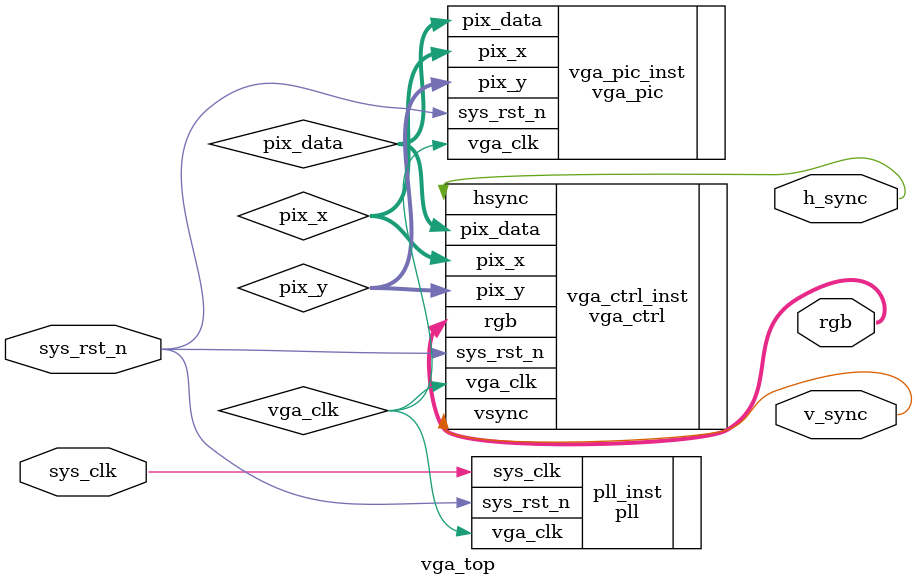
<source format=v>
module vga_top (
  input  wire        sys_clk,
  input  wire        sys_rst_n,
  output wire        h_sync,
  output wire        v_sync,
  output wire [15:0] rgb
);
  wire vga_clk;
  pll pll_inst (
    .sys_clk   (sys_clk),
    .sys_rst_n (sys_rst_n),
    .vga_clk   (vga_clk)
  );

  wire [9:0]  pix_x, pix_y;
  wire [15:0] pix_data;

  vga_pic vga_pic_inst (
    .vga_clk   (vga_clk),
    .sys_rst_n (sys_rst_n),
    .pix_x     (pix_x),
    .pix_y     (pix_y),
    .pix_data  (pix_data)
  );

  vga_ctrl vga_ctrl_inst (
    .vga_clk   (vga_clk),
    .sys_rst_n (sys_rst_n),
    .pix_data  (pix_data),
    .pix_x     (pix_x),
    .pix_y     (pix_y),
    .hsync     (h_sync),
    .vsync     (v_sync),
    .rgb       (rgb)
  );
endmodule
</source>
